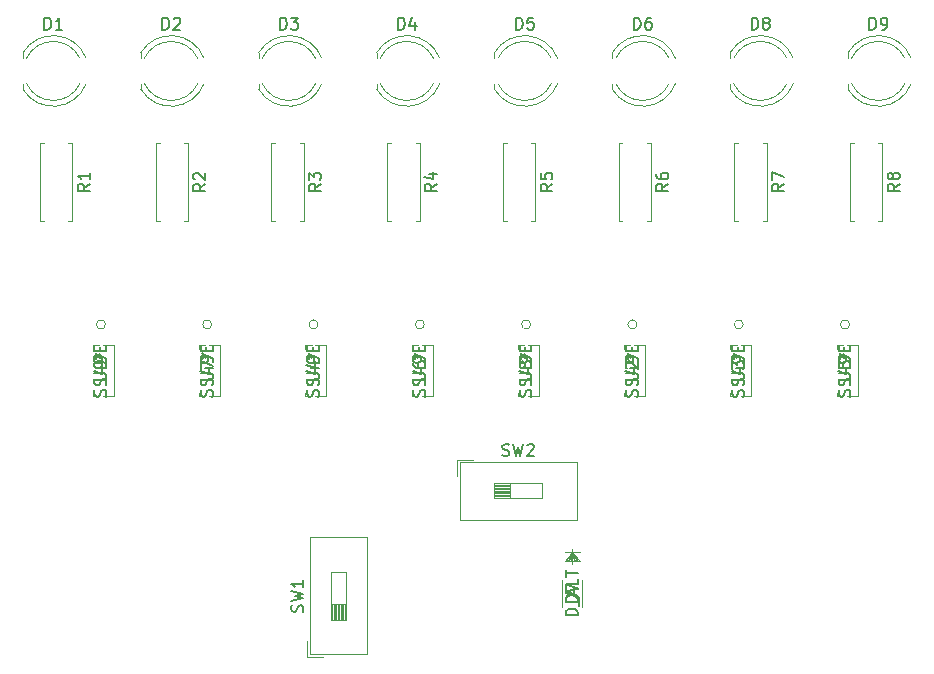
<source format=gto>
G04 #@! TF.GenerationSoftware,KiCad,Pcbnew,(5.1.10)-1*
G04 #@! TF.CreationDate,2021-07-19T16:23:16-07:00*
G04 #@! TF.ProjectId,1spareparts,31737061-7265-4706-9172-74732e6b6963,rev?*
G04 #@! TF.SameCoordinates,Original*
G04 #@! TF.FileFunction,Legend,Top*
G04 #@! TF.FilePolarity,Positive*
%FSLAX46Y46*%
G04 Gerber Fmt 4.6, Leading zero omitted, Abs format (unit mm)*
G04 Created by KiCad (PCBNEW (5.1.10)-1) date 2021-07-19 16:23:16*
%MOMM*%
%LPD*%
G01*
G04 APERTURE LIST*
%ADD10C,0.120000*%
%ADD11C,0.150000*%
G04 APERTURE END LIST*
D10*
X177780000Y-69660000D02*
X177780000Y-70125000D01*
X177780000Y-67035000D02*
X177780000Y-67500000D01*
X183127815Y-67499173D02*
G75*
G03*
X177780000Y-67035170I-2787815J-1080827D01*
G01*
X183127815Y-69660827D02*
G75*
G02*
X177780000Y-70124830I-2787815J1080827D01*
G01*
X182594479Y-67499571D02*
G75*
G03*
X178085316Y-67500000I-2254479J-1080429D01*
G01*
X182594479Y-69660429D02*
G75*
G02*
X178085316Y-69660000I-2254479J1080429D01*
G01*
X107930000Y-69660000D02*
X107930000Y-70125000D01*
X107930000Y-67035000D02*
X107930000Y-67500000D01*
X113277815Y-67499173D02*
G75*
G03*
X107930000Y-67035170I-2787815J-1080827D01*
G01*
X113277815Y-69660827D02*
G75*
G02*
X107930000Y-70124830I-2787815J1080827D01*
G01*
X112744479Y-67499571D02*
G75*
G03*
X108235316Y-67500000I-2254479J-1080429D01*
G01*
X112744479Y-69660429D02*
G75*
G02*
X108235316Y-69660000I-2254479J1080429D01*
G01*
X117908571Y-67035000D02*
X117908571Y-67500000D01*
X117908571Y-69660000D02*
X117908571Y-70125000D01*
X122723050Y-69660429D02*
G75*
G02*
X118213887Y-69660000I-2254479J1080429D01*
G01*
X122723050Y-67499571D02*
G75*
G03*
X118213887Y-67500000I-2254479J-1080429D01*
G01*
X123256386Y-69660827D02*
G75*
G02*
X117908571Y-70124830I-2787815J1080827D01*
G01*
X123256386Y-67499173D02*
G75*
G03*
X117908571Y-67035170I-2787815J-1080827D01*
G01*
X127887142Y-69660000D02*
X127887142Y-70125000D01*
X127887142Y-67035000D02*
X127887142Y-67500000D01*
X133234957Y-67499173D02*
G75*
G03*
X127887142Y-67035170I-2787815J-1080827D01*
G01*
X133234957Y-69660827D02*
G75*
G02*
X127887142Y-70124830I-2787815J1080827D01*
G01*
X132701621Y-67499571D02*
G75*
G03*
X128192458Y-67500000I-2254479J-1080429D01*
G01*
X132701621Y-69660429D02*
G75*
G02*
X128192458Y-69660000I-2254479J1080429D01*
G01*
X137865713Y-67035000D02*
X137865713Y-67500000D01*
X137865713Y-69660000D02*
X137865713Y-70125000D01*
X142680192Y-69660429D02*
G75*
G02*
X138171029Y-69660000I-2254479J1080429D01*
G01*
X142680192Y-67499571D02*
G75*
G03*
X138171029Y-67500000I-2254479J-1080429D01*
G01*
X143213528Y-69660827D02*
G75*
G02*
X137865713Y-70124830I-2787815J1080827D01*
G01*
X143213528Y-67499173D02*
G75*
G03*
X137865713Y-67035170I-2787815J-1080827D01*
G01*
X147844284Y-69660000D02*
X147844284Y-70125000D01*
X147844284Y-67035000D02*
X147844284Y-67500000D01*
X153192099Y-67499173D02*
G75*
G03*
X147844284Y-67035170I-2787815J-1080827D01*
G01*
X153192099Y-69660827D02*
G75*
G02*
X147844284Y-70124830I-2787815J1080827D01*
G01*
X152658763Y-67499571D02*
G75*
G03*
X148149600Y-67500000I-2254479J-1080429D01*
G01*
X152658763Y-69660429D02*
G75*
G02*
X148149600Y-69660000I-2254479J1080429D01*
G01*
X157822855Y-67035000D02*
X157822855Y-67500000D01*
X157822855Y-69660000D02*
X157822855Y-70125000D01*
X162637334Y-69660429D02*
G75*
G02*
X158128171Y-69660000I-2254479J1080429D01*
G01*
X162637334Y-67499571D02*
G75*
G03*
X158128171Y-67500000I-2254479J-1080429D01*
G01*
X163170670Y-69660827D02*
G75*
G02*
X157822855Y-70124830I-2787815J1080827D01*
G01*
X163170670Y-67499173D02*
G75*
G03*
X157822855Y-67035170I-2787815J-1080827D01*
G01*
X154432000Y-110356650D02*
X154432000Y-109086650D01*
X155067000Y-109340650D02*
X153797000Y-109340650D01*
X154432000Y-109340650D02*
X155067000Y-110102650D01*
X154432000Y-109340650D02*
X154940000Y-110102650D01*
X154432000Y-109340650D02*
X154813000Y-110102650D01*
X154432000Y-109340650D02*
X154686000Y-110102650D01*
X154432000Y-109340650D02*
X154559000Y-110102650D01*
X154432000Y-109340650D02*
X153797000Y-110102650D01*
X154432000Y-109340650D02*
X153924000Y-110102650D01*
X154432000Y-109340650D02*
X154051000Y-110102650D01*
X154432000Y-109340650D02*
X154178000Y-110102650D01*
X154432000Y-109340650D02*
X154305000Y-110102650D01*
X155067000Y-110102650D02*
X153797000Y-110102650D01*
X153606500Y-111639350D02*
X153606500Y-114001550D01*
X155257500Y-114001550D02*
X155257500Y-111639350D01*
X167801426Y-67035000D02*
X167801426Y-67500000D01*
X167801426Y-69660000D02*
X167801426Y-70125000D01*
X172615905Y-69660429D02*
G75*
G02*
X168106742Y-69660000I-2254479J1080429D01*
G01*
X172615905Y-67499571D02*
G75*
G03*
X168106742Y-67500000I-2254479J-1080429D01*
G01*
X173149241Y-69660827D02*
G75*
G02*
X167801426Y-70124830I-2787815J1080827D01*
G01*
X173149241Y-67499173D02*
G75*
G03*
X167801426Y-67035170I-2787815J-1080827D01*
G01*
X133985000Y-113706667D02*
X135255000Y-113706667D01*
X135185000Y-115060000D02*
X135185000Y-113706667D01*
X135065000Y-115060000D02*
X135065000Y-113706667D01*
X134945000Y-115060000D02*
X134945000Y-113706667D01*
X134825000Y-115060000D02*
X134825000Y-113706667D01*
X134705000Y-115060000D02*
X134705000Y-113706667D01*
X134585000Y-115060000D02*
X134585000Y-113706667D01*
X134465000Y-115060000D02*
X134465000Y-113706667D01*
X134345000Y-115060000D02*
X134345000Y-113706667D01*
X134225000Y-115060000D02*
X134225000Y-113706667D01*
X134105000Y-115060000D02*
X134105000Y-113706667D01*
X133985000Y-111000000D02*
X133985000Y-115060000D01*
X135255000Y-111000000D02*
X133985000Y-111000000D01*
X135255000Y-115060000D02*
X135255000Y-111000000D01*
X133985000Y-115060000D02*
X135255000Y-115060000D01*
X131960000Y-118220000D02*
X133343000Y-118220000D01*
X131960000Y-118220000D02*
X131960000Y-116836000D01*
X132200000Y-108080000D02*
X137040000Y-108080000D01*
X132200000Y-117980000D02*
X137040000Y-117980000D01*
X137040000Y-117980000D02*
X137040000Y-108080000D01*
X132200000Y-117980000D02*
X132200000Y-108080000D01*
X144910000Y-101720000D02*
X154810000Y-101720000D01*
X144910000Y-106560000D02*
X154810000Y-106560000D01*
X144910000Y-101720000D02*
X144910000Y-106560000D01*
X154810000Y-101720000D02*
X154810000Y-106560000D01*
X144670000Y-101480000D02*
X146054000Y-101480000D01*
X144670000Y-101480000D02*
X144670000Y-102863000D01*
X147830000Y-103505000D02*
X147830000Y-104775000D01*
X147830000Y-104775000D02*
X151890000Y-104775000D01*
X151890000Y-104775000D02*
X151890000Y-103505000D01*
X151890000Y-103505000D02*
X147830000Y-103505000D01*
X147830000Y-103625000D02*
X149183333Y-103625000D01*
X147830000Y-103745000D02*
X149183333Y-103745000D01*
X147830000Y-103865000D02*
X149183333Y-103865000D01*
X147830000Y-103985000D02*
X149183333Y-103985000D01*
X147830000Y-104105000D02*
X149183333Y-104105000D01*
X147830000Y-104225000D02*
X149183333Y-104225000D01*
X147830000Y-104345000D02*
X149183333Y-104345000D01*
X147830000Y-104465000D02*
X149183333Y-104465000D01*
X147830000Y-104585000D02*
X149183333Y-104585000D01*
X147830000Y-104705000D02*
X149183333Y-104705000D01*
X149183333Y-103505000D02*
X149183333Y-104775000D01*
X158831500Y-91821000D02*
X158831500Y-92135763D01*
X158831500Y-96139000D02*
X159364685Y-96139000D01*
X160609500Y-96139000D02*
X160609500Y-91821000D01*
X160609500Y-91821000D02*
X159695315Y-91821000D01*
X158831500Y-95824237D02*
X158831500Y-96139000D01*
X159364685Y-91821000D02*
X158831500Y-91821000D01*
X159695315Y-96139000D02*
X160609500Y-96139000D01*
X159911000Y-90043000D02*
G75*
G03*
X159911000Y-90043000I-381000J0D01*
G01*
X168911000Y-90043000D02*
G75*
G03*
X168911000Y-90043000I-381000J0D01*
G01*
X168695315Y-96139000D02*
X169609500Y-96139000D01*
X168364685Y-91821000D02*
X167831500Y-91821000D01*
X167831500Y-95824237D02*
X167831500Y-96139000D01*
X169609500Y-91821000D02*
X168695315Y-91821000D01*
X169609500Y-96139000D02*
X169609500Y-91821000D01*
X167831500Y-96139000D02*
X168364685Y-96139000D01*
X167831500Y-91821000D02*
X167831500Y-92135763D01*
X131831500Y-91821000D02*
X131831500Y-92135763D01*
X131831500Y-96139000D02*
X132364685Y-96139000D01*
X133609500Y-96139000D02*
X133609500Y-91821000D01*
X133609500Y-91821000D02*
X132695315Y-91821000D01*
X131831500Y-95824237D02*
X131831500Y-96139000D01*
X132364685Y-91821000D02*
X131831500Y-91821000D01*
X132695315Y-96139000D02*
X133609500Y-96139000D01*
X132911000Y-90043000D02*
G75*
G03*
X132911000Y-90043000I-381000J0D01*
G01*
X177911000Y-90043000D02*
G75*
G03*
X177911000Y-90043000I-381000J0D01*
G01*
X177695315Y-96139000D02*
X178609500Y-96139000D01*
X177364685Y-91821000D02*
X176831500Y-91821000D01*
X176831500Y-95824237D02*
X176831500Y-96139000D01*
X178609500Y-91821000D02*
X177695315Y-91821000D01*
X178609500Y-96139000D02*
X178609500Y-91821000D01*
X176831500Y-96139000D02*
X177364685Y-96139000D01*
X176831500Y-91821000D02*
X176831500Y-92135763D01*
X140831500Y-91821000D02*
X140831500Y-92135763D01*
X140831500Y-96139000D02*
X141364685Y-96139000D01*
X142609500Y-96139000D02*
X142609500Y-91821000D01*
X142609500Y-91821000D02*
X141695315Y-91821000D01*
X140831500Y-95824237D02*
X140831500Y-96139000D01*
X141364685Y-91821000D02*
X140831500Y-91821000D01*
X141695315Y-96139000D02*
X142609500Y-96139000D01*
X141911000Y-90043000D02*
G75*
G03*
X141911000Y-90043000I-381000J0D01*
G01*
X123911000Y-90043000D02*
G75*
G03*
X123911000Y-90043000I-381000J0D01*
G01*
X123695315Y-96139000D02*
X124609500Y-96139000D01*
X123364685Y-91821000D02*
X122831500Y-91821000D01*
X122831500Y-95824237D02*
X122831500Y-96139000D01*
X124609500Y-91821000D02*
X123695315Y-91821000D01*
X124609500Y-96139000D02*
X124609500Y-91821000D01*
X122831500Y-96139000D02*
X123364685Y-96139000D01*
X122831500Y-91821000D02*
X122831500Y-92135763D01*
X149831500Y-91821000D02*
X149831500Y-92135763D01*
X149831500Y-96139000D02*
X150364685Y-96139000D01*
X151609500Y-96139000D02*
X151609500Y-91821000D01*
X151609500Y-91821000D02*
X150695315Y-91821000D01*
X149831500Y-95824237D02*
X149831500Y-96139000D01*
X150364685Y-91821000D02*
X149831500Y-91821000D01*
X150695315Y-96139000D02*
X151609500Y-96139000D01*
X150911000Y-90043000D02*
G75*
G03*
X150911000Y-90043000I-381000J0D01*
G01*
X114911000Y-90043000D02*
G75*
G03*
X114911000Y-90043000I-381000J0D01*
G01*
X114695315Y-96139000D02*
X115609500Y-96139000D01*
X114364685Y-91821000D02*
X113831500Y-91821000D01*
X113831500Y-95824237D02*
X113831500Y-96139000D01*
X115609500Y-91821000D02*
X114695315Y-91821000D01*
X115609500Y-96139000D02*
X115609500Y-91821000D01*
X113831500Y-96139000D02*
X114364685Y-96139000D01*
X113831500Y-91821000D02*
X113831500Y-92135763D01*
X111784000Y-74708000D02*
X112114000Y-74708000D01*
X112114000Y-74708000D02*
X112114000Y-81248000D01*
X112114000Y-81248000D02*
X111784000Y-81248000D01*
X109704000Y-74708000D02*
X109374000Y-74708000D01*
X109374000Y-74708000D02*
X109374000Y-81248000D01*
X109374000Y-81248000D02*
X109704000Y-81248000D01*
X119171142Y-81248000D02*
X119501142Y-81248000D01*
X119171142Y-74708000D02*
X119171142Y-81248000D01*
X119501142Y-74708000D02*
X119171142Y-74708000D01*
X121911142Y-81248000D02*
X121581142Y-81248000D01*
X121911142Y-74708000D02*
X121911142Y-81248000D01*
X121581142Y-74708000D02*
X121911142Y-74708000D01*
X131378284Y-74708000D02*
X131708284Y-74708000D01*
X131708284Y-74708000D02*
X131708284Y-81248000D01*
X131708284Y-81248000D02*
X131378284Y-81248000D01*
X129298284Y-74708000D02*
X128968284Y-74708000D01*
X128968284Y-74708000D02*
X128968284Y-81248000D01*
X128968284Y-81248000D02*
X129298284Y-81248000D01*
X138765426Y-81248000D02*
X139095426Y-81248000D01*
X138765426Y-74708000D02*
X138765426Y-81248000D01*
X139095426Y-74708000D02*
X138765426Y-74708000D01*
X141505426Y-81248000D02*
X141175426Y-81248000D01*
X141505426Y-74708000D02*
X141505426Y-81248000D01*
X141175426Y-74708000D02*
X141505426Y-74708000D01*
X150972568Y-74708000D02*
X151302568Y-74708000D01*
X151302568Y-74708000D02*
X151302568Y-81248000D01*
X151302568Y-81248000D02*
X150972568Y-81248000D01*
X148892568Y-74708000D02*
X148562568Y-74708000D01*
X148562568Y-74708000D02*
X148562568Y-81248000D01*
X148562568Y-81248000D02*
X148892568Y-81248000D01*
X158359710Y-81248000D02*
X158689710Y-81248000D01*
X158359710Y-74708000D02*
X158359710Y-81248000D01*
X158689710Y-74708000D02*
X158359710Y-74708000D01*
X161099710Y-81248000D02*
X160769710Y-81248000D01*
X161099710Y-74708000D02*
X161099710Y-81248000D01*
X160769710Y-74708000D02*
X161099710Y-74708000D01*
X170566852Y-74708000D02*
X170896852Y-74708000D01*
X170896852Y-74708000D02*
X170896852Y-81248000D01*
X170896852Y-81248000D02*
X170566852Y-81248000D01*
X168486852Y-74708000D02*
X168156852Y-74708000D01*
X168156852Y-74708000D02*
X168156852Y-81248000D01*
X168156852Y-81248000D02*
X168486852Y-81248000D01*
X177954000Y-81248000D02*
X178284000Y-81248000D01*
X177954000Y-74708000D02*
X177954000Y-81248000D01*
X178284000Y-74708000D02*
X177954000Y-74708000D01*
X180694000Y-81248000D02*
X180364000Y-81248000D01*
X180694000Y-74708000D02*
X180694000Y-81248000D01*
X180364000Y-74708000D02*
X180694000Y-74708000D01*
D11*
X179601904Y-65072380D02*
X179601904Y-64072380D01*
X179840000Y-64072380D01*
X179982857Y-64120000D01*
X180078095Y-64215238D01*
X180125714Y-64310476D01*
X180173333Y-64500952D01*
X180173333Y-64643809D01*
X180125714Y-64834285D01*
X180078095Y-64929523D01*
X179982857Y-65024761D01*
X179840000Y-65072380D01*
X179601904Y-65072380D01*
X180649523Y-65072380D02*
X180840000Y-65072380D01*
X180935238Y-65024761D01*
X180982857Y-64977142D01*
X181078095Y-64834285D01*
X181125714Y-64643809D01*
X181125714Y-64262857D01*
X181078095Y-64167619D01*
X181030476Y-64120000D01*
X180935238Y-64072380D01*
X180744761Y-64072380D01*
X180649523Y-64120000D01*
X180601904Y-64167619D01*
X180554285Y-64262857D01*
X180554285Y-64500952D01*
X180601904Y-64596190D01*
X180649523Y-64643809D01*
X180744761Y-64691428D01*
X180935238Y-64691428D01*
X181030476Y-64643809D01*
X181078095Y-64596190D01*
X181125714Y-64500952D01*
X109751904Y-65072380D02*
X109751904Y-64072380D01*
X109990000Y-64072380D01*
X110132857Y-64120000D01*
X110228095Y-64215238D01*
X110275714Y-64310476D01*
X110323333Y-64500952D01*
X110323333Y-64643809D01*
X110275714Y-64834285D01*
X110228095Y-64929523D01*
X110132857Y-65024761D01*
X109990000Y-65072380D01*
X109751904Y-65072380D01*
X111275714Y-65072380D02*
X110704285Y-65072380D01*
X110990000Y-65072380D02*
X110990000Y-64072380D01*
X110894761Y-64215238D01*
X110799523Y-64310476D01*
X110704285Y-64358095D01*
X119730475Y-65072380D02*
X119730475Y-64072380D01*
X119968571Y-64072380D01*
X120111428Y-64120000D01*
X120206666Y-64215238D01*
X120254285Y-64310476D01*
X120301904Y-64500952D01*
X120301904Y-64643809D01*
X120254285Y-64834285D01*
X120206666Y-64929523D01*
X120111428Y-65024761D01*
X119968571Y-65072380D01*
X119730475Y-65072380D01*
X120682856Y-64167619D02*
X120730475Y-64120000D01*
X120825713Y-64072380D01*
X121063809Y-64072380D01*
X121159047Y-64120000D01*
X121206666Y-64167619D01*
X121254285Y-64262857D01*
X121254285Y-64358095D01*
X121206666Y-64500952D01*
X120635237Y-65072380D01*
X121254285Y-65072380D01*
X129709046Y-65072380D02*
X129709046Y-64072380D01*
X129947142Y-64072380D01*
X130089999Y-64120000D01*
X130185237Y-64215238D01*
X130232856Y-64310476D01*
X130280475Y-64500952D01*
X130280475Y-64643809D01*
X130232856Y-64834285D01*
X130185237Y-64929523D01*
X130089999Y-65024761D01*
X129947142Y-65072380D01*
X129709046Y-65072380D01*
X130613808Y-64072380D02*
X131232856Y-64072380D01*
X130899522Y-64453333D01*
X131042380Y-64453333D01*
X131137618Y-64500952D01*
X131185237Y-64548571D01*
X131232856Y-64643809D01*
X131232856Y-64881904D01*
X131185237Y-64977142D01*
X131137618Y-65024761D01*
X131042380Y-65072380D01*
X130756665Y-65072380D01*
X130661427Y-65024761D01*
X130613808Y-64977142D01*
X139687617Y-65072380D02*
X139687617Y-64072380D01*
X139925713Y-64072380D01*
X140068570Y-64120000D01*
X140163808Y-64215238D01*
X140211427Y-64310476D01*
X140259046Y-64500952D01*
X140259046Y-64643809D01*
X140211427Y-64834285D01*
X140163808Y-64929523D01*
X140068570Y-65024761D01*
X139925713Y-65072380D01*
X139687617Y-65072380D01*
X141116189Y-64405714D02*
X141116189Y-65072380D01*
X140878093Y-64024761D02*
X140639998Y-64739047D01*
X141259046Y-64739047D01*
X149666188Y-65072380D02*
X149666188Y-64072380D01*
X149904284Y-64072380D01*
X150047141Y-64120000D01*
X150142379Y-64215238D01*
X150189998Y-64310476D01*
X150237617Y-64500952D01*
X150237617Y-64643809D01*
X150189998Y-64834285D01*
X150142379Y-64929523D01*
X150047141Y-65024761D01*
X149904284Y-65072380D01*
X149666188Y-65072380D01*
X151142379Y-64072380D02*
X150666188Y-64072380D01*
X150618569Y-64548571D01*
X150666188Y-64500952D01*
X150761426Y-64453333D01*
X150999522Y-64453333D01*
X151094760Y-64500952D01*
X151142379Y-64548571D01*
X151189998Y-64643809D01*
X151189998Y-64881904D01*
X151142379Y-64977142D01*
X151094760Y-65024761D01*
X150999522Y-65072380D01*
X150761426Y-65072380D01*
X150666188Y-65024761D01*
X150618569Y-64977142D01*
X159644759Y-65072380D02*
X159644759Y-64072380D01*
X159882855Y-64072380D01*
X160025712Y-64120000D01*
X160120950Y-64215238D01*
X160168569Y-64310476D01*
X160216188Y-64500952D01*
X160216188Y-64643809D01*
X160168569Y-64834285D01*
X160120950Y-64929523D01*
X160025712Y-65024761D01*
X159882855Y-65072380D01*
X159644759Y-65072380D01*
X161073331Y-64072380D02*
X160882855Y-64072380D01*
X160787616Y-64120000D01*
X160739997Y-64167619D01*
X160644759Y-64310476D01*
X160597140Y-64500952D01*
X160597140Y-64881904D01*
X160644759Y-64977142D01*
X160692378Y-65024761D01*
X160787616Y-65072380D01*
X160978093Y-65072380D01*
X161073331Y-65024761D01*
X161120950Y-64977142D01*
X161168569Y-64881904D01*
X161168569Y-64643809D01*
X161120950Y-64548571D01*
X161073331Y-64500952D01*
X160978093Y-64453333D01*
X160787616Y-64453333D01*
X160692378Y-64500952D01*
X160644759Y-64548571D01*
X160597140Y-64643809D01*
X154884380Y-113558545D02*
X153884380Y-113558545D01*
X153884380Y-113320450D01*
X153932000Y-113177592D01*
X154027238Y-113082354D01*
X154122476Y-113034735D01*
X154312952Y-112987116D01*
X154455809Y-112987116D01*
X154646285Y-113034735D01*
X154741523Y-113082354D01*
X154836761Y-113177592D01*
X154884380Y-113320450D01*
X154884380Y-113558545D01*
X153884380Y-112653783D02*
X153884380Y-111987116D01*
X154884380Y-112415688D01*
X154884380Y-114677592D02*
X153884380Y-114677592D01*
X153884380Y-114439497D01*
X153932000Y-114296640D01*
X154027238Y-114201402D01*
X154122476Y-114153783D01*
X154312952Y-114106164D01*
X154455809Y-114106164D01*
X154646285Y-114153783D01*
X154741523Y-114201402D01*
X154836761Y-114296640D01*
X154884380Y-114439497D01*
X154884380Y-114677592D01*
X154979619Y-113915688D02*
X154979619Y-113153783D01*
X154598666Y-112963307D02*
X154598666Y-112487116D01*
X154884380Y-113058545D02*
X153884380Y-112725211D01*
X154884380Y-112391878D01*
X154884380Y-111582354D02*
X154884380Y-112058545D01*
X153884380Y-112058545D01*
X153884380Y-111391878D02*
X153884380Y-110820450D01*
X154884380Y-111106164D02*
X153884380Y-111106164D01*
X153884380Y-112820450D02*
X154122476Y-112820450D01*
X154027238Y-113058545D02*
X154122476Y-112820450D01*
X154027238Y-112582354D01*
X154312952Y-112963307D02*
X154122476Y-112820450D01*
X154312952Y-112677592D01*
X169623330Y-65072380D02*
X169623330Y-64072380D01*
X169861426Y-64072380D01*
X170004283Y-64120000D01*
X170099521Y-64215238D01*
X170147140Y-64310476D01*
X170194759Y-64500952D01*
X170194759Y-64643809D01*
X170147140Y-64834285D01*
X170099521Y-64929523D01*
X170004283Y-65024761D01*
X169861426Y-65072380D01*
X169623330Y-65072380D01*
X170766187Y-64500952D02*
X170670949Y-64453333D01*
X170623330Y-64405714D01*
X170575711Y-64310476D01*
X170575711Y-64262857D01*
X170623330Y-64167619D01*
X170670949Y-64120000D01*
X170766187Y-64072380D01*
X170956664Y-64072380D01*
X171051902Y-64120000D01*
X171099521Y-64167619D01*
X171147140Y-64262857D01*
X171147140Y-64310476D01*
X171099521Y-64405714D01*
X171051902Y-64453333D01*
X170956664Y-64500952D01*
X170766187Y-64500952D01*
X170670949Y-64548571D01*
X170623330Y-64596190D01*
X170575711Y-64691428D01*
X170575711Y-64881904D01*
X170623330Y-64977142D01*
X170670949Y-65024761D01*
X170766187Y-65072380D01*
X170956664Y-65072380D01*
X171051902Y-65024761D01*
X171099521Y-64977142D01*
X171147140Y-64881904D01*
X171147140Y-64691428D01*
X171099521Y-64596190D01*
X171051902Y-64548571D01*
X170956664Y-64500952D01*
X131604761Y-114363333D02*
X131652380Y-114220476D01*
X131652380Y-113982380D01*
X131604761Y-113887142D01*
X131557142Y-113839523D01*
X131461904Y-113791904D01*
X131366666Y-113791904D01*
X131271428Y-113839523D01*
X131223809Y-113887142D01*
X131176190Y-113982380D01*
X131128571Y-114172857D01*
X131080952Y-114268095D01*
X131033333Y-114315714D01*
X130938095Y-114363333D01*
X130842857Y-114363333D01*
X130747619Y-114315714D01*
X130700000Y-114268095D01*
X130652380Y-114172857D01*
X130652380Y-113934761D01*
X130700000Y-113791904D01*
X130652380Y-113458571D02*
X131652380Y-113220476D01*
X130938095Y-113030000D01*
X131652380Y-112839523D01*
X130652380Y-112601428D01*
X131652380Y-111696666D02*
X131652380Y-112268095D01*
X131652380Y-111982380D02*
X130652380Y-111982380D01*
X130795238Y-112077619D01*
X130890476Y-112172857D01*
X130938095Y-112268095D01*
X148526666Y-101124761D02*
X148669523Y-101172380D01*
X148907619Y-101172380D01*
X149002857Y-101124761D01*
X149050476Y-101077142D01*
X149098095Y-100981904D01*
X149098095Y-100886666D01*
X149050476Y-100791428D01*
X149002857Y-100743809D01*
X148907619Y-100696190D01*
X148717142Y-100648571D01*
X148621904Y-100600952D01*
X148574285Y-100553333D01*
X148526666Y-100458095D01*
X148526666Y-100362857D01*
X148574285Y-100267619D01*
X148621904Y-100220000D01*
X148717142Y-100172380D01*
X148955238Y-100172380D01*
X149098095Y-100220000D01*
X149431428Y-100172380D02*
X149669523Y-101172380D01*
X149860000Y-100458095D01*
X150050476Y-101172380D01*
X150288571Y-100172380D01*
X150621904Y-100267619D02*
X150669523Y-100220000D01*
X150764761Y-100172380D01*
X151002857Y-100172380D01*
X151098095Y-100220000D01*
X151145714Y-100267619D01*
X151193333Y-100362857D01*
X151193333Y-100458095D01*
X151145714Y-100600952D01*
X150574285Y-101172380D01*
X151193333Y-101172380D01*
X158982380Y-94741904D02*
X159791904Y-94741904D01*
X159887142Y-94694285D01*
X159934761Y-94646666D01*
X159982380Y-94551428D01*
X159982380Y-94360952D01*
X159934761Y-94265714D01*
X159887142Y-94218095D01*
X159791904Y-94170476D01*
X158982380Y-94170476D01*
X159077619Y-93741904D02*
X159030000Y-93694285D01*
X158982380Y-93599047D01*
X158982380Y-93360952D01*
X159030000Y-93265714D01*
X159077619Y-93218095D01*
X159172857Y-93170476D01*
X159268095Y-93170476D01*
X159410952Y-93218095D01*
X159982380Y-93789523D01*
X159982380Y-93170476D01*
X159934761Y-96146666D02*
X159982380Y-96003809D01*
X159982380Y-95765714D01*
X159934761Y-95670476D01*
X159887142Y-95622857D01*
X159791904Y-95575238D01*
X159696666Y-95575238D01*
X159601428Y-95622857D01*
X159553809Y-95670476D01*
X159506190Y-95765714D01*
X159458571Y-95956190D01*
X159410952Y-96051428D01*
X159363333Y-96099047D01*
X159268095Y-96146666D01*
X159172857Y-96146666D01*
X159077619Y-96099047D01*
X159030000Y-96051428D01*
X158982380Y-95956190D01*
X158982380Y-95718095D01*
X159030000Y-95575238D01*
X159934761Y-95194285D02*
X159982380Y-95051428D01*
X159982380Y-94813333D01*
X159934761Y-94718095D01*
X159887142Y-94670476D01*
X159791904Y-94622857D01*
X159696666Y-94622857D01*
X159601428Y-94670476D01*
X159553809Y-94718095D01*
X159506190Y-94813333D01*
X159458571Y-95003809D01*
X159410952Y-95099047D01*
X159363333Y-95146666D01*
X159268095Y-95194285D01*
X159172857Y-95194285D01*
X159077619Y-95146666D01*
X159030000Y-95099047D01*
X158982380Y-95003809D01*
X158982380Y-94765714D01*
X159030000Y-94622857D01*
X159315714Y-93765714D02*
X159982380Y-93765714D01*
X158934761Y-94003809D02*
X159649047Y-94241904D01*
X159649047Y-93622857D01*
X159982380Y-93194285D02*
X159982380Y-93003809D01*
X159934761Y-92908571D01*
X159887142Y-92860952D01*
X159744285Y-92765714D01*
X159553809Y-92718095D01*
X159172857Y-92718095D01*
X159077619Y-92765714D01*
X159030000Y-92813333D01*
X158982380Y-92908571D01*
X158982380Y-93099047D01*
X159030000Y-93194285D01*
X159077619Y-93241904D01*
X159172857Y-93289523D01*
X159410952Y-93289523D01*
X159506190Y-93241904D01*
X159553809Y-93194285D01*
X159601428Y-93099047D01*
X159601428Y-92908571D01*
X159553809Y-92813333D01*
X159506190Y-92765714D01*
X159410952Y-92718095D01*
X159458571Y-92289523D02*
X159458571Y-91956190D01*
X159982380Y-91813333D02*
X159982380Y-92289523D01*
X158982380Y-92289523D01*
X158982380Y-91813333D01*
X158982380Y-92710000D02*
X159220476Y-92710000D01*
X159125238Y-92948095D02*
X159220476Y-92710000D01*
X159125238Y-92471904D01*
X159410952Y-92852857D02*
X159220476Y-92710000D01*
X159410952Y-92567142D01*
X167982380Y-94741904D02*
X168791904Y-94741904D01*
X168887142Y-94694285D01*
X168934761Y-94646666D01*
X168982380Y-94551428D01*
X168982380Y-94360952D01*
X168934761Y-94265714D01*
X168887142Y-94218095D01*
X168791904Y-94170476D01*
X167982380Y-94170476D01*
X167982380Y-93789523D02*
X167982380Y-93170476D01*
X168363333Y-93503809D01*
X168363333Y-93360952D01*
X168410952Y-93265714D01*
X168458571Y-93218095D01*
X168553809Y-93170476D01*
X168791904Y-93170476D01*
X168887142Y-93218095D01*
X168934761Y-93265714D01*
X168982380Y-93360952D01*
X168982380Y-93646666D01*
X168934761Y-93741904D01*
X168887142Y-93789523D01*
X168934761Y-96146666D02*
X168982380Y-96003809D01*
X168982380Y-95765714D01*
X168934761Y-95670476D01*
X168887142Y-95622857D01*
X168791904Y-95575238D01*
X168696666Y-95575238D01*
X168601428Y-95622857D01*
X168553809Y-95670476D01*
X168506190Y-95765714D01*
X168458571Y-95956190D01*
X168410952Y-96051428D01*
X168363333Y-96099047D01*
X168268095Y-96146666D01*
X168172857Y-96146666D01*
X168077619Y-96099047D01*
X168030000Y-96051428D01*
X167982380Y-95956190D01*
X167982380Y-95718095D01*
X168030000Y-95575238D01*
X168934761Y-95194285D02*
X168982380Y-95051428D01*
X168982380Y-94813333D01*
X168934761Y-94718095D01*
X168887142Y-94670476D01*
X168791904Y-94622857D01*
X168696666Y-94622857D01*
X168601428Y-94670476D01*
X168553809Y-94718095D01*
X168506190Y-94813333D01*
X168458571Y-95003809D01*
X168410952Y-95099047D01*
X168363333Y-95146666D01*
X168268095Y-95194285D01*
X168172857Y-95194285D01*
X168077619Y-95146666D01*
X168030000Y-95099047D01*
X167982380Y-95003809D01*
X167982380Y-94765714D01*
X168030000Y-94622857D01*
X168315714Y-93765714D02*
X168982380Y-93765714D01*
X167934761Y-94003809D02*
X168649047Y-94241904D01*
X168649047Y-93622857D01*
X168982380Y-93194285D02*
X168982380Y-93003809D01*
X168934761Y-92908571D01*
X168887142Y-92860952D01*
X168744285Y-92765714D01*
X168553809Y-92718095D01*
X168172857Y-92718095D01*
X168077619Y-92765714D01*
X168030000Y-92813333D01*
X167982380Y-92908571D01*
X167982380Y-93099047D01*
X168030000Y-93194285D01*
X168077619Y-93241904D01*
X168172857Y-93289523D01*
X168410952Y-93289523D01*
X168506190Y-93241904D01*
X168553809Y-93194285D01*
X168601428Y-93099047D01*
X168601428Y-92908571D01*
X168553809Y-92813333D01*
X168506190Y-92765714D01*
X168410952Y-92718095D01*
X168458571Y-92289523D02*
X168458571Y-91956190D01*
X168982380Y-91813333D02*
X168982380Y-92289523D01*
X167982380Y-92289523D01*
X167982380Y-91813333D01*
X167982380Y-92710000D02*
X168220476Y-92710000D01*
X168125238Y-92948095D02*
X168220476Y-92710000D01*
X168125238Y-92471904D01*
X168410952Y-92852857D02*
X168220476Y-92710000D01*
X168410952Y-92567142D01*
X131982380Y-94741904D02*
X132791904Y-94741904D01*
X132887142Y-94694285D01*
X132934761Y-94646666D01*
X132982380Y-94551428D01*
X132982380Y-94360952D01*
X132934761Y-94265714D01*
X132887142Y-94218095D01*
X132791904Y-94170476D01*
X131982380Y-94170476D01*
X132315714Y-93265714D02*
X132982380Y-93265714D01*
X131934761Y-93503809D02*
X132649047Y-93741904D01*
X132649047Y-93122857D01*
X132934761Y-96146666D02*
X132982380Y-96003809D01*
X132982380Y-95765714D01*
X132934761Y-95670476D01*
X132887142Y-95622857D01*
X132791904Y-95575238D01*
X132696666Y-95575238D01*
X132601428Y-95622857D01*
X132553809Y-95670476D01*
X132506190Y-95765714D01*
X132458571Y-95956190D01*
X132410952Y-96051428D01*
X132363333Y-96099047D01*
X132268095Y-96146666D01*
X132172857Y-96146666D01*
X132077619Y-96099047D01*
X132030000Y-96051428D01*
X131982380Y-95956190D01*
X131982380Y-95718095D01*
X132030000Y-95575238D01*
X132934761Y-95194285D02*
X132982380Y-95051428D01*
X132982380Y-94813333D01*
X132934761Y-94718095D01*
X132887142Y-94670476D01*
X132791904Y-94622857D01*
X132696666Y-94622857D01*
X132601428Y-94670476D01*
X132553809Y-94718095D01*
X132506190Y-94813333D01*
X132458571Y-95003809D01*
X132410952Y-95099047D01*
X132363333Y-95146666D01*
X132268095Y-95194285D01*
X132172857Y-95194285D01*
X132077619Y-95146666D01*
X132030000Y-95099047D01*
X131982380Y-95003809D01*
X131982380Y-94765714D01*
X132030000Y-94622857D01*
X132315714Y-93765714D02*
X132982380Y-93765714D01*
X131934761Y-94003809D02*
X132649047Y-94241904D01*
X132649047Y-93622857D01*
X132982380Y-93194285D02*
X132982380Y-93003809D01*
X132934761Y-92908571D01*
X132887142Y-92860952D01*
X132744285Y-92765714D01*
X132553809Y-92718095D01*
X132172857Y-92718095D01*
X132077619Y-92765714D01*
X132030000Y-92813333D01*
X131982380Y-92908571D01*
X131982380Y-93099047D01*
X132030000Y-93194285D01*
X132077619Y-93241904D01*
X132172857Y-93289523D01*
X132410952Y-93289523D01*
X132506190Y-93241904D01*
X132553809Y-93194285D01*
X132601428Y-93099047D01*
X132601428Y-92908571D01*
X132553809Y-92813333D01*
X132506190Y-92765714D01*
X132410952Y-92718095D01*
X132458571Y-92289523D02*
X132458571Y-91956190D01*
X132982380Y-91813333D02*
X132982380Y-92289523D01*
X131982380Y-92289523D01*
X131982380Y-91813333D01*
X131982380Y-92710000D02*
X132220476Y-92710000D01*
X132125238Y-92948095D02*
X132220476Y-92710000D01*
X132125238Y-92471904D01*
X132410952Y-92852857D02*
X132220476Y-92710000D01*
X132410952Y-92567142D01*
X176982380Y-94741904D02*
X177791904Y-94741904D01*
X177887142Y-94694285D01*
X177934761Y-94646666D01*
X177982380Y-94551428D01*
X177982380Y-94360952D01*
X177934761Y-94265714D01*
X177887142Y-94218095D01*
X177791904Y-94170476D01*
X176982380Y-94170476D01*
X176982380Y-93218095D02*
X176982380Y-93694285D01*
X177458571Y-93741904D01*
X177410952Y-93694285D01*
X177363333Y-93599047D01*
X177363333Y-93360952D01*
X177410952Y-93265714D01*
X177458571Y-93218095D01*
X177553809Y-93170476D01*
X177791904Y-93170476D01*
X177887142Y-93218095D01*
X177934761Y-93265714D01*
X177982380Y-93360952D01*
X177982380Y-93599047D01*
X177934761Y-93694285D01*
X177887142Y-93741904D01*
X177934761Y-96146666D02*
X177982380Y-96003809D01*
X177982380Y-95765714D01*
X177934761Y-95670476D01*
X177887142Y-95622857D01*
X177791904Y-95575238D01*
X177696666Y-95575238D01*
X177601428Y-95622857D01*
X177553809Y-95670476D01*
X177506190Y-95765714D01*
X177458571Y-95956190D01*
X177410952Y-96051428D01*
X177363333Y-96099047D01*
X177268095Y-96146666D01*
X177172857Y-96146666D01*
X177077619Y-96099047D01*
X177030000Y-96051428D01*
X176982380Y-95956190D01*
X176982380Y-95718095D01*
X177030000Y-95575238D01*
X177934761Y-95194285D02*
X177982380Y-95051428D01*
X177982380Y-94813333D01*
X177934761Y-94718095D01*
X177887142Y-94670476D01*
X177791904Y-94622857D01*
X177696666Y-94622857D01*
X177601428Y-94670476D01*
X177553809Y-94718095D01*
X177506190Y-94813333D01*
X177458571Y-95003809D01*
X177410952Y-95099047D01*
X177363333Y-95146666D01*
X177268095Y-95194285D01*
X177172857Y-95194285D01*
X177077619Y-95146666D01*
X177030000Y-95099047D01*
X176982380Y-95003809D01*
X176982380Y-94765714D01*
X177030000Y-94622857D01*
X177315714Y-93765714D02*
X177982380Y-93765714D01*
X176934761Y-94003809D02*
X177649047Y-94241904D01*
X177649047Y-93622857D01*
X177982380Y-93194285D02*
X177982380Y-93003809D01*
X177934761Y-92908571D01*
X177887142Y-92860952D01*
X177744285Y-92765714D01*
X177553809Y-92718095D01*
X177172857Y-92718095D01*
X177077619Y-92765714D01*
X177030000Y-92813333D01*
X176982380Y-92908571D01*
X176982380Y-93099047D01*
X177030000Y-93194285D01*
X177077619Y-93241904D01*
X177172857Y-93289523D01*
X177410952Y-93289523D01*
X177506190Y-93241904D01*
X177553809Y-93194285D01*
X177601428Y-93099047D01*
X177601428Y-92908571D01*
X177553809Y-92813333D01*
X177506190Y-92765714D01*
X177410952Y-92718095D01*
X177458571Y-92289523D02*
X177458571Y-91956190D01*
X177982380Y-91813333D02*
X177982380Y-92289523D01*
X176982380Y-92289523D01*
X176982380Y-91813333D01*
X176982380Y-92710000D02*
X177220476Y-92710000D01*
X177125238Y-92948095D02*
X177220476Y-92710000D01*
X177125238Y-92471904D01*
X177410952Y-92852857D02*
X177220476Y-92710000D01*
X177410952Y-92567142D01*
X140982380Y-94741904D02*
X141791904Y-94741904D01*
X141887142Y-94694285D01*
X141934761Y-94646666D01*
X141982380Y-94551428D01*
X141982380Y-94360952D01*
X141934761Y-94265714D01*
X141887142Y-94218095D01*
X141791904Y-94170476D01*
X140982380Y-94170476D01*
X140982380Y-93265714D02*
X140982380Y-93456190D01*
X141030000Y-93551428D01*
X141077619Y-93599047D01*
X141220476Y-93694285D01*
X141410952Y-93741904D01*
X141791904Y-93741904D01*
X141887142Y-93694285D01*
X141934761Y-93646666D01*
X141982380Y-93551428D01*
X141982380Y-93360952D01*
X141934761Y-93265714D01*
X141887142Y-93218095D01*
X141791904Y-93170476D01*
X141553809Y-93170476D01*
X141458571Y-93218095D01*
X141410952Y-93265714D01*
X141363333Y-93360952D01*
X141363333Y-93551428D01*
X141410952Y-93646666D01*
X141458571Y-93694285D01*
X141553809Y-93741904D01*
X141934761Y-96146666D02*
X141982380Y-96003809D01*
X141982380Y-95765714D01*
X141934761Y-95670476D01*
X141887142Y-95622857D01*
X141791904Y-95575238D01*
X141696666Y-95575238D01*
X141601428Y-95622857D01*
X141553809Y-95670476D01*
X141506190Y-95765714D01*
X141458571Y-95956190D01*
X141410952Y-96051428D01*
X141363333Y-96099047D01*
X141268095Y-96146666D01*
X141172857Y-96146666D01*
X141077619Y-96099047D01*
X141030000Y-96051428D01*
X140982380Y-95956190D01*
X140982380Y-95718095D01*
X141030000Y-95575238D01*
X141934761Y-95194285D02*
X141982380Y-95051428D01*
X141982380Y-94813333D01*
X141934761Y-94718095D01*
X141887142Y-94670476D01*
X141791904Y-94622857D01*
X141696666Y-94622857D01*
X141601428Y-94670476D01*
X141553809Y-94718095D01*
X141506190Y-94813333D01*
X141458571Y-95003809D01*
X141410952Y-95099047D01*
X141363333Y-95146666D01*
X141268095Y-95194285D01*
X141172857Y-95194285D01*
X141077619Y-95146666D01*
X141030000Y-95099047D01*
X140982380Y-95003809D01*
X140982380Y-94765714D01*
X141030000Y-94622857D01*
X141315714Y-93765714D02*
X141982380Y-93765714D01*
X140934761Y-94003809D02*
X141649047Y-94241904D01*
X141649047Y-93622857D01*
X141982380Y-93194285D02*
X141982380Y-93003809D01*
X141934761Y-92908571D01*
X141887142Y-92860952D01*
X141744285Y-92765714D01*
X141553809Y-92718095D01*
X141172857Y-92718095D01*
X141077619Y-92765714D01*
X141030000Y-92813333D01*
X140982380Y-92908571D01*
X140982380Y-93099047D01*
X141030000Y-93194285D01*
X141077619Y-93241904D01*
X141172857Y-93289523D01*
X141410952Y-93289523D01*
X141506190Y-93241904D01*
X141553809Y-93194285D01*
X141601428Y-93099047D01*
X141601428Y-92908571D01*
X141553809Y-92813333D01*
X141506190Y-92765714D01*
X141410952Y-92718095D01*
X141458571Y-92289523D02*
X141458571Y-91956190D01*
X141982380Y-91813333D02*
X141982380Y-92289523D01*
X140982380Y-92289523D01*
X140982380Y-91813333D01*
X140982380Y-92710000D02*
X141220476Y-92710000D01*
X141125238Y-92948095D02*
X141220476Y-92710000D01*
X141125238Y-92471904D01*
X141410952Y-92852857D02*
X141220476Y-92710000D01*
X141410952Y-92567142D01*
X122982380Y-94741904D02*
X123791904Y-94741904D01*
X123887142Y-94694285D01*
X123934761Y-94646666D01*
X123982380Y-94551428D01*
X123982380Y-94360952D01*
X123934761Y-94265714D01*
X123887142Y-94218095D01*
X123791904Y-94170476D01*
X122982380Y-94170476D01*
X122982380Y-93789523D02*
X122982380Y-93122857D01*
X123982380Y-93551428D01*
X123934761Y-96146666D02*
X123982380Y-96003809D01*
X123982380Y-95765714D01*
X123934761Y-95670476D01*
X123887142Y-95622857D01*
X123791904Y-95575238D01*
X123696666Y-95575238D01*
X123601428Y-95622857D01*
X123553809Y-95670476D01*
X123506190Y-95765714D01*
X123458571Y-95956190D01*
X123410952Y-96051428D01*
X123363333Y-96099047D01*
X123268095Y-96146666D01*
X123172857Y-96146666D01*
X123077619Y-96099047D01*
X123030000Y-96051428D01*
X122982380Y-95956190D01*
X122982380Y-95718095D01*
X123030000Y-95575238D01*
X123934761Y-95194285D02*
X123982380Y-95051428D01*
X123982380Y-94813333D01*
X123934761Y-94718095D01*
X123887142Y-94670476D01*
X123791904Y-94622857D01*
X123696666Y-94622857D01*
X123601428Y-94670476D01*
X123553809Y-94718095D01*
X123506190Y-94813333D01*
X123458571Y-95003809D01*
X123410952Y-95099047D01*
X123363333Y-95146666D01*
X123268095Y-95194285D01*
X123172857Y-95194285D01*
X123077619Y-95146666D01*
X123030000Y-95099047D01*
X122982380Y-95003809D01*
X122982380Y-94765714D01*
X123030000Y-94622857D01*
X123315714Y-93765714D02*
X123982380Y-93765714D01*
X122934761Y-94003809D02*
X123649047Y-94241904D01*
X123649047Y-93622857D01*
X123982380Y-93194285D02*
X123982380Y-93003809D01*
X123934761Y-92908571D01*
X123887142Y-92860952D01*
X123744285Y-92765714D01*
X123553809Y-92718095D01*
X123172857Y-92718095D01*
X123077619Y-92765714D01*
X123030000Y-92813333D01*
X122982380Y-92908571D01*
X122982380Y-93099047D01*
X123030000Y-93194285D01*
X123077619Y-93241904D01*
X123172857Y-93289523D01*
X123410952Y-93289523D01*
X123506190Y-93241904D01*
X123553809Y-93194285D01*
X123601428Y-93099047D01*
X123601428Y-92908571D01*
X123553809Y-92813333D01*
X123506190Y-92765714D01*
X123410952Y-92718095D01*
X123458571Y-92289523D02*
X123458571Y-91956190D01*
X123982380Y-91813333D02*
X123982380Y-92289523D01*
X122982380Y-92289523D01*
X122982380Y-91813333D01*
X122982380Y-92710000D02*
X123220476Y-92710000D01*
X123125238Y-92948095D02*
X123220476Y-92710000D01*
X123125238Y-92471904D01*
X123410952Y-92852857D02*
X123220476Y-92710000D01*
X123410952Y-92567142D01*
X149982380Y-94741904D02*
X150791904Y-94741904D01*
X150887142Y-94694285D01*
X150934761Y-94646666D01*
X150982380Y-94551428D01*
X150982380Y-94360952D01*
X150934761Y-94265714D01*
X150887142Y-94218095D01*
X150791904Y-94170476D01*
X149982380Y-94170476D01*
X150410952Y-93551428D02*
X150363333Y-93646666D01*
X150315714Y-93694285D01*
X150220476Y-93741904D01*
X150172857Y-93741904D01*
X150077619Y-93694285D01*
X150030000Y-93646666D01*
X149982380Y-93551428D01*
X149982380Y-93360952D01*
X150030000Y-93265714D01*
X150077619Y-93218095D01*
X150172857Y-93170476D01*
X150220476Y-93170476D01*
X150315714Y-93218095D01*
X150363333Y-93265714D01*
X150410952Y-93360952D01*
X150410952Y-93551428D01*
X150458571Y-93646666D01*
X150506190Y-93694285D01*
X150601428Y-93741904D01*
X150791904Y-93741904D01*
X150887142Y-93694285D01*
X150934761Y-93646666D01*
X150982380Y-93551428D01*
X150982380Y-93360952D01*
X150934761Y-93265714D01*
X150887142Y-93218095D01*
X150791904Y-93170476D01*
X150601428Y-93170476D01*
X150506190Y-93218095D01*
X150458571Y-93265714D01*
X150410952Y-93360952D01*
X150934761Y-96146666D02*
X150982380Y-96003809D01*
X150982380Y-95765714D01*
X150934761Y-95670476D01*
X150887142Y-95622857D01*
X150791904Y-95575238D01*
X150696666Y-95575238D01*
X150601428Y-95622857D01*
X150553809Y-95670476D01*
X150506190Y-95765714D01*
X150458571Y-95956190D01*
X150410952Y-96051428D01*
X150363333Y-96099047D01*
X150268095Y-96146666D01*
X150172857Y-96146666D01*
X150077619Y-96099047D01*
X150030000Y-96051428D01*
X149982380Y-95956190D01*
X149982380Y-95718095D01*
X150030000Y-95575238D01*
X150934761Y-95194285D02*
X150982380Y-95051428D01*
X150982380Y-94813333D01*
X150934761Y-94718095D01*
X150887142Y-94670476D01*
X150791904Y-94622857D01*
X150696666Y-94622857D01*
X150601428Y-94670476D01*
X150553809Y-94718095D01*
X150506190Y-94813333D01*
X150458571Y-95003809D01*
X150410952Y-95099047D01*
X150363333Y-95146666D01*
X150268095Y-95194285D01*
X150172857Y-95194285D01*
X150077619Y-95146666D01*
X150030000Y-95099047D01*
X149982380Y-95003809D01*
X149982380Y-94765714D01*
X150030000Y-94622857D01*
X150315714Y-93765714D02*
X150982380Y-93765714D01*
X149934761Y-94003809D02*
X150649047Y-94241904D01*
X150649047Y-93622857D01*
X150982380Y-93194285D02*
X150982380Y-93003809D01*
X150934761Y-92908571D01*
X150887142Y-92860952D01*
X150744285Y-92765714D01*
X150553809Y-92718095D01*
X150172857Y-92718095D01*
X150077619Y-92765714D01*
X150030000Y-92813333D01*
X149982380Y-92908571D01*
X149982380Y-93099047D01*
X150030000Y-93194285D01*
X150077619Y-93241904D01*
X150172857Y-93289523D01*
X150410952Y-93289523D01*
X150506190Y-93241904D01*
X150553809Y-93194285D01*
X150601428Y-93099047D01*
X150601428Y-92908571D01*
X150553809Y-92813333D01*
X150506190Y-92765714D01*
X150410952Y-92718095D01*
X150458571Y-92289523D02*
X150458571Y-91956190D01*
X150982380Y-91813333D02*
X150982380Y-92289523D01*
X149982380Y-92289523D01*
X149982380Y-91813333D01*
X149982380Y-92710000D02*
X150220476Y-92710000D01*
X150125238Y-92948095D02*
X150220476Y-92710000D01*
X150125238Y-92471904D01*
X150410952Y-92852857D02*
X150220476Y-92710000D01*
X150410952Y-92567142D01*
X113982380Y-94741904D02*
X114791904Y-94741904D01*
X114887142Y-94694285D01*
X114934761Y-94646666D01*
X114982380Y-94551428D01*
X114982380Y-94360952D01*
X114934761Y-94265714D01*
X114887142Y-94218095D01*
X114791904Y-94170476D01*
X113982380Y-94170476D01*
X114982380Y-93646666D02*
X114982380Y-93456190D01*
X114934761Y-93360952D01*
X114887142Y-93313333D01*
X114744285Y-93218095D01*
X114553809Y-93170476D01*
X114172857Y-93170476D01*
X114077619Y-93218095D01*
X114030000Y-93265714D01*
X113982380Y-93360952D01*
X113982380Y-93551428D01*
X114030000Y-93646666D01*
X114077619Y-93694285D01*
X114172857Y-93741904D01*
X114410952Y-93741904D01*
X114506190Y-93694285D01*
X114553809Y-93646666D01*
X114601428Y-93551428D01*
X114601428Y-93360952D01*
X114553809Y-93265714D01*
X114506190Y-93218095D01*
X114410952Y-93170476D01*
X114934761Y-96146666D02*
X114982380Y-96003809D01*
X114982380Y-95765714D01*
X114934761Y-95670476D01*
X114887142Y-95622857D01*
X114791904Y-95575238D01*
X114696666Y-95575238D01*
X114601428Y-95622857D01*
X114553809Y-95670476D01*
X114506190Y-95765714D01*
X114458571Y-95956190D01*
X114410952Y-96051428D01*
X114363333Y-96099047D01*
X114268095Y-96146666D01*
X114172857Y-96146666D01*
X114077619Y-96099047D01*
X114030000Y-96051428D01*
X113982380Y-95956190D01*
X113982380Y-95718095D01*
X114030000Y-95575238D01*
X114934761Y-95194285D02*
X114982380Y-95051428D01*
X114982380Y-94813333D01*
X114934761Y-94718095D01*
X114887142Y-94670476D01*
X114791904Y-94622857D01*
X114696666Y-94622857D01*
X114601428Y-94670476D01*
X114553809Y-94718095D01*
X114506190Y-94813333D01*
X114458571Y-95003809D01*
X114410952Y-95099047D01*
X114363333Y-95146666D01*
X114268095Y-95194285D01*
X114172857Y-95194285D01*
X114077619Y-95146666D01*
X114030000Y-95099047D01*
X113982380Y-95003809D01*
X113982380Y-94765714D01*
X114030000Y-94622857D01*
X114315714Y-93765714D02*
X114982380Y-93765714D01*
X113934761Y-94003809D02*
X114649047Y-94241904D01*
X114649047Y-93622857D01*
X114982380Y-93194285D02*
X114982380Y-93003809D01*
X114934761Y-92908571D01*
X114887142Y-92860952D01*
X114744285Y-92765714D01*
X114553809Y-92718095D01*
X114172857Y-92718095D01*
X114077619Y-92765714D01*
X114030000Y-92813333D01*
X113982380Y-92908571D01*
X113982380Y-93099047D01*
X114030000Y-93194285D01*
X114077619Y-93241904D01*
X114172857Y-93289523D01*
X114410952Y-93289523D01*
X114506190Y-93241904D01*
X114553809Y-93194285D01*
X114601428Y-93099047D01*
X114601428Y-92908571D01*
X114553809Y-92813333D01*
X114506190Y-92765714D01*
X114410952Y-92718095D01*
X114458571Y-92289523D02*
X114458571Y-91956190D01*
X114982380Y-91813333D02*
X114982380Y-92289523D01*
X113982380Y-92289523D01*
X113982380Y-91813333D01*
X113982380Y-92710000D02*
X114220476Y-92710000D01*
X114125238Y-92948095D02*
X114220476Y-92710000D01*
X114125238Y-92471904D01*
X114410952Y-92852857D02*
X114220476Y-92710000D01*
X114410952Y-92567142D01*
X113566380Y-78144666D02*
X113090190Y-78478000D01*
X113566380Y-78716095D02*
X112566380Y-78716095D01*
X112566380Y-78335142D01*
X112614000Y-78239904D01*
X112661619Y-78192285D01*
X112756857Y-78144666D01*
X112899714Y-78144666D01*
X112994952Y-78192285D01*
X113042571Y-78239904D01*
X113090190Y-78335142D01*
X113090190Y-78716095D01*
X113566380Y-77192285D02*
X113566380Y-77763714D01*
X113566380Y-77478000D02*
X112566380Y-77478000D01*
X112709238Y-77573238D01*
X112804476Y-77668476D01*
X112852095Y-77763714D01*
X123363522Y-78144666D02*
X122887332Y-78478000D01*
X123363522Y-78716095D02*
X122363522Y-78716095D01*
X122363522Y-78335142D01*
X122411142Y-78239904D01*
X122458761Y-78192285D01*
X122553999Y-78144666D01*
X122696856Y-78144666D01*
X122792094Y-78192285D01*
X122839713Y-78239904D01*
X122887332Y-78335142D01*
X122887332Y-78716095D01*
X122458761Y-77763714D02*
X122411142Y-77716095D01*
X122363522Y-77620857D01*
X122363522Y-77382761D01*
X122411142Y-77287523D01*
X122458761Y-77239904D01*
X122553999Y-77192285D01*
X122649237Y-77192285D01*
X122792094Y-77239904D01*
X123363522Y-77811333D01*
X123363522Y-77192285D01*
X133160664Y-78144666D02*
X132684474Y-78478000D01*
X133160664Y-78716095D02*
X132160664Y-78716095D01*
X132160664Y-78335142D01*
X132208284Y-78239904D01*
X132255903Y-78192285D01*
X132351141Y-78144666D01*
X132493998Y-78144666D01*
X132589236Y-78192285D01*
X132636855Y-78239904D01*
X132684474Y-78335142D01*
X132684474Y-78716095D01*
X132160664Y-77811333D02*
X132160664Y-77192285D01*
X132541617Y-77525619D01*
X132541617Y-77382761D01*
X132589236Y-77287523D01*
X132636855Y-77239904D01*
X132732093Y-77192285D01*
X132970188Y-77192285D01*
X133065426Y-77239904D01*
X133113045Y-77287523D01*
X133160664Y-77382761D01*
X133160664Y-77668476D01*
X133113045Y-77763714D01*
X133065426Y-77811333D01*
X142957806Y-78144666D02*
X142481616Y-78478000D01*
X142957806Y-78716095D02*
X141957806Y-78716095D01*
X141957806Y-78335142D01*
X142005426Y-78239904D01*
X142053045Y-78192285D01*
X142148283Y-78144666D01*
X142291140Y-78144666D01*
X142386378Y-78192285D01*
X142433997Y-78239904D01*
X142481616Y-78335142D01*
X142481616Y-78716095D01*
X142291140Y-77287523D02*
X142957806Y-77287523D01*
X141910187Y-77525619D02*
X142624473Y-77763714D01*
X142624473Y-77144666D01*
X152754948Y-78144666D02*
X152278758Y-78478000D01*
X152754948Y-78716095D02*
X151754948Y-78716095D01*
X151754948Y-78335142D01*
X151802568Y-78239904D01*
X151850187Y-78192285D01*
X151945425Y-78144666D01*
X152088282Y-78144666D01*
X152183520Y-78192285D01*
X152231139Y-78239904D01*
X152278758Y-78335142D01*
X152278758Y-78716095D01*
X151754948Y-77239904D02*
X151754948Y-77716095D01*
X152231139Y-77763714D01*
X152183520Y-77716095D01*
X152135901Y-77620857D01*
X152135901Y-77382761D01*
X152183520Y-77287523D01*
X152231139Y-77239904D01*
X152326377Y-77192285D01*
X152564472Y-77192285D01*
X152659710Y-77239904D01*
X152707329Y-77287523D01*
X152754948Y-77382761D01*
X152754948Y-77620857D01*
X152707329Y-77716095D01*
X152659710Y-77763714D01*
X162552090Y-78144666D02*
X162075900Y-78478000D01*
X162552090Y-78716095D02*
X161552090Y-78716095D01*
X161552090Y-78335142D01*
X161599710Y-78239904D01*
X161647329Y-78192285D01*
X161742567Y-78144666D01*
X161885424Y-78144666D01*
X161980662Y-78192285D01*
X162028281Y-78239904D01*
X162075900Y-78335142D01*
X162075900Y-78716095D01*
X161552090Y-77287523D02*
X161552090Y-77478000D01*
X161599710Y-77573238D01*
X161647329Y-77620857D01*
X161790186Y-77716095D01*
X161980662Y-77763714D01*
X162361614Y-77763714D01*
X162456852Y-77716095D01*
X162504471Y-77668476D01*
X162552090Y-77573238D01*
X162552090Y-77382761D01*
X162504471Y-77287523D01*
X162456852Y-77239904D01*
X162361614Y-77192285D01*
X162123519Y-77192285D01*
X162028281Y-77239904D01*
X161980662Y-77287523D01*
X161933043Y-77382761D01*
X161933043Y-77573238D01*
X161980662Y-77668476D01*
X162028281Y-77716095D01*
X162123519Y-77763714D01*
X172349232Y-78144666D02*
X171873042Y-78478000D01*
X172349232Y-78716095D02*
X171349232Y-78716095D01*
X171349232Y-78335142D01*
X171396852Y-78239904D01*
X171444471Y-78192285D01*
X171539709Y-78144666D01*
X171682566Y-78144666D01*
X171777804Y-78192285D01*
X171825423Y-78239904D01*
X171873042Y-78335142D01*
X171873042Y-78716095D01*
X171349232Y-77811333D02*
X171349232Y-77144666D01*
X172349232Y-77573238D01*
X182146380Y-78144666D02*
X181670190Y-78478000D01*
X182146380Y-78716095D02*
X181146380Y-78716095D01*
X181146380Y-78335142D01*
X181194000Y-78239904D01*
X181241619Y-78192285D01*
X181336857Y-78144666D01*
X181479714Y-78144666D01*
X181574952Y-78192285D01*
X181622571Y-78239904D01*
X181670190Y-78335142D01*
X181670190Y-78716095D01*
X181574952Y-77573238D02*
X181527333Y-77668476D01*
X181479714Y-77716095D01*
X181384476Y-77763714D01*
X181336857Y-77763714D01*
X181241619Y-77716095D01*
X181194000Y-77668476D01*
X181146380Y-77573238D01*
X181146380Y-77382761D01*
X181194000Y-77287523D01*
X181241619Y-77239904D01*
X181336857Y-77192285D01*
X181384476Y-77192285D01*
X181479714Y-77239904D01*
X181527333Y-77287523D01*
X181574952Y-77382761D01*
X181574952Y-77573238D01*
X181622571Y-77668476D01*
X181670190Y-77716095D01*
X181765428Y-77763714D01*
X181955904Y-77763714D01*
X182051142Y-77716095D01*
X182098761Y-77668476D01*
X182146380Y-77573238D01*
X182146380Y-77382761D01*
X182098761Y-77287523D01*
X182051142Y-77239904D01*
X181955904Y-77192285D01*
X181765428Y-77192285D01*
X181670190Y-77239904D01*
X181622571Y-77287523D01*
X181574952Y-77382761D01*
M02*

</source>
